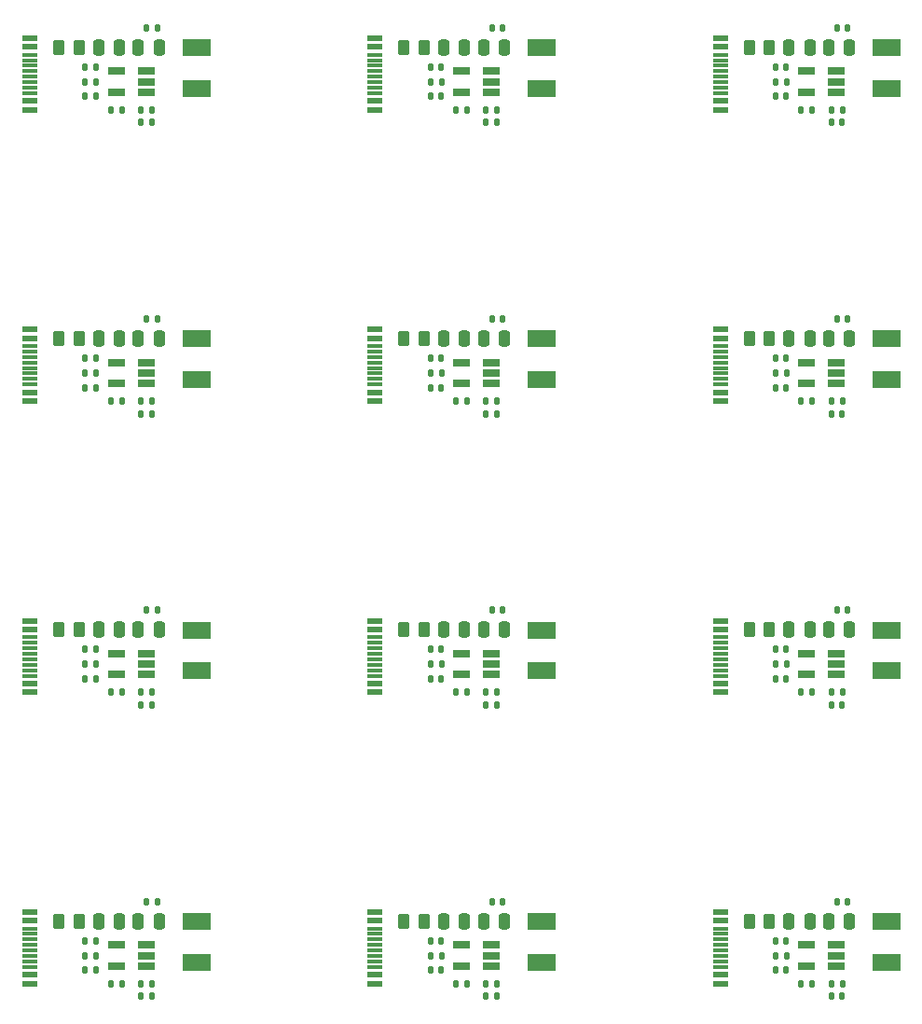
<source format=gbr>
%TF.GenerationSoftware,KiCad,Pcbnew,7.0.6*%
%TF.CreationDate,2023-09-22T02:01:45+08:00*%
%TF.ProjectId,power_ex_board_muti,706f7765-725f-4657-985f-626f6172645f,rev?*%
%TF.SameCoordinates,Original*%
%TF.FileFunction,Paste,Top*%
%TF.FilePolarity,Positive*%
%FSLAX46Y46*%
G04 Gerber Fmt 4.6, Leading zero omitted, Abs format (unit mm)*
G04 Created by KiCad (PCBNEW 7.0.6) date 2023-09-22 02:01:45*
%MOMM*%
%LPD*%
G01*
G04 APERTURE LIST*
G04 Aperture macros list*
%AMRoundRect*
0 Rectangle with rounded corners*
0 $1 Rounding radius*
0 $2 $3 $4 $5 $6 $7 $8 $9 X,Y pos of 4 corners*
0 Add a 4 corners polygon primitive as box body*
4,1,4,$2,$3,$4,$5,$6,$7,$8,$9,$2,$3,0*
0 Add four circle primitives for the rounded corners*
1,1,$1+$1,$2,$3*
1,1,$1+$1,$4,$5*
1,1,$1+$1,$6,$7*
1,1,$1+$1,$8,$9*
0 Add four rect primitives between the rounded corners*
20,1,$1+$1,$2,$3,$4,$5,0*
20,1,$1+$1,$4,$5,$6,$7,0*
20,1,$1+$1,$6,$7,$8,$9,0*
20,1,$1+$1,$8,$9,$2,$3,0*%
G04 Aperture macros list end*
%ADD10R,1.560000X0.650000*%
%ADD11RoundRect,0.250000X-0.262500X-0.450000X0.262500X-0.450000X0.262500X0.450000X-0.262500X0.450000X0*%
%ADD12RoundRect,0.140000X0.140000X0.170000X-0.140000X0.170000X-0.140000X-0.170000X0.140000X-0.170000X0*%
%ADD13RoundRect,0.140000X-0.140000X-0.170000X0.140000X-0.170000X0.140000X0.170000X-0.140000X0.170000X0*%
%ADD14RoundRect,0.250000X-0.250000X-0.475000X0.250000X-0.475000X0.250000X0.475000X-0.250000X0.475000X0*%
%ADD15R,2.500000X1.500000*%
%ADD16RoundRect,0.135000X0.135000X0.185000X-0.135000X0.185000X-0.135000X-0.185000X0.135000X-0.185000X0*%
%ADD17RoundRect,0.250000X0.250000X0.475000X-0.250000X0.475000X-0.250000X-0.475000X0.250000X-0.475000X0*%
%ADD18RoundRect,0.135000X-0.135000X-0.185000X0.135000X-0.185000X0.135000X0.185000X-0.135000X0.185000X0*%
%ADD19R,1.450000X0.600000*%
%ADD20R,1.450000X0.300000*%
G04 APERTURE END LIST*
D10*
%TO.C,U1*%
X49582000Y-14888600D03*
X49582000Y-13938600D03*
X49582000Y-12988600D03*
X46882000Y-12988600D03*
X46882000Y-14888600D03*
%TD*%
D11*
%TO.C,R1*%
X10315500Y-37245200D03*
X12140500Y-37245200D03*
%TD*%
D12*
%TO.C,C5*%
X19246600Y-35488000D03*
X18286600Y-35488000D03*
%TD*%
D10*
%TO.C,U1*%
X80925600Y-94212800D03*
X80925600Y-93262800D03*
X80925600Y-92312800D03*
X78225600Y-92312800D03*
X78225600Y-94212800D03*
%TD*%
D12*
%TO.C,C4*%
X81411000Y-44073200D03*
X80451000Y-44073200D03*
%TD*%
D13*
%TO.C,C3*%
X75388400Y-15278600D03*
X76348400Y-15278600D03*
%TD*%
D12*
%TO.C,C4*%
X18723800Y-17631800D03*
X17763800Y-17631800D03*
%TD*%
D14*
%TO.C,C1*%
X13910200Y-37245200D03*
X15810200Y-37245200D03*
%TD*%
D12*
%TO.C,C5*%
X50590200Y-88370800D03*
X49630200Y-88370800D03*
%TD*%
D10*
%TO.C,U1*%
X18238400Y-67771400D03*
X18238400Y-66821400D03*
X18238400Y-65871400D03*
X15538400Y-65871400D03*
X15538400Y-67771400D03*
%TD*%
D15*
%TO.C,L1*%
X54152800Y-14528800D03*
X54152800Y-10828800D03*
%TD*%
D16*
%TO.C,R4*%
X47392000Y-16488800D03*
X46372000Y-16488800D03*
%TD*%
D17*
%TO.C,C6*%
X19417000Y-37245200D03*
X17517000Y-37245200D03*
%TD*%
D14*
%TO.C,C1*%
X45253800Y-37245200D03*
X47153800Y-37245200D03*
%TD*%
%TO.C,C1*%
X76597400Y-10803800D03*
X78497400Y-10803800D03*
%TD*%
D17*
%TO.C,C6*%
X19417000Y-10803800D03*
X17517000Y-10803800D03*
%TD*%
D16*
%TO.C,R4*%
X16048400Y-69371600D03*
X15028400Y-69371600D03*
%TD*%
%TO.C,R3*%
X50117400Y-16488800D03*
X49097400Y-16488800D03*
%TD*%
D12*
%TO.C,C5*%
X50590200Y-9046600D03*
X49630200Y-9046600D03*
%TD*%
D18*
%TO.C,R2*%
X44034800Y-66821400D03*
X45054800Y-66821400D03*
%TD*%
D10*
%TO.C,U1*%
X49582000Y-67771400D03*
X49582000Y-66821400D03*
X49582000Y-65871400D03*
X46882000Y-65871400D03*
X46882000Y-67771400D03*
%TD*%
D15*
%TO.C,L1*%
X85496400Y-67411600D03*
X85496400Y-63711600D03*
%TD*%
D13*
%TO.C,C3*%
X44044800Y-15278600D03*
X45004800Y-15278600D03*
%TD*%
%TO.C,C3*%
X12701200Y-41720000D03*
X13661200Y-41720000D03*
%TD*%
D12*
%TO.C,C2*%
X76348400Y-12598600D03*
X75388400Y-12598600D03*
%TD*%
D18*
%TO.C,R2*%
X12691200Y-93262800D03*
X13711200Y-93262800D03*
%TD*%
D14*
%TO.C,C1*%
X45253800Y-90128000D03*
X47153800Y-90128000D03*
%TD*%
D11*
%TO.C,R1*%
X73002700Y-90128000D03*
X74827700Y-90128000D03*
%TD*%
D13*
%TO.C,C3*%
X44044800Y-94602800D03*
X45004800Y-94602800D03*
%TD*%
D10*
%TO.C,U1*%
X80925600Y-14888600D03*
X80925600Y-13938600D03*
X80925600Y-12988600D03*
X78225600Y-12988600D03*
X78225600Y-14888600D03*
%TD*%
%TO.C,U1*%
X18238400Y-14888600D03*
X18238400Y-13938600D03*
X18238400Y-12988600D03*
X15538400Y-12988600D03*
X15538400Y-14888600D03*
%TD*%
D11*
%TO.C,R1*%
X10315500Y-10803800D03*
X12140500Y-10803800D03*
%TD*%
D12*
%TO.C,C5*%
X81933800Y-9046600D03*
X80973800Y-9046600D03*
%TD*%
D16*
%TO.C,R3*%
X50117400Y-69371600D03*
X49097400Y-69371600D03*
%TD*%
D14*
%TO.C,C1*%
X76597400Y-63686600D03*
X78497400Y-63686600D03*
%TD*%
D13*
%TO.C,C3*%
X44044800Y-68161400D03*
X45004800Y-68161400D03*
%TD*%
D19*
%TO.C,J1*%
X7677200Y-89307600D03*
X7677200Y-90107600D03*
D20*
X7677200Y-91307600D03*
X7677200Y-92307600D03*
X7677200Y-92807600D03*
X7677200Y-93807600D03*
D19*
X7677200Y-95007600D03*
X7677200Y-95807600D03*
X7677200Y-95807600D03*
X7677200Y-95007600D03*
D20*
X7677200Y-94307600D03*
X7677200Y-93307600D03*
X7677200Y-91807600D03*
X7677200Y-90807600D03*
D19*
X7677200Y-90107600D03*
X7677200Y-89307600D03*
%TD*%
D16*
%TO.C,R3*%
X18773800Y-16488800D03*
X17753800Y-16488800D03*
%TD*%
D12*
%TO.C,C4*%
X50067400Y-17631800D03*
X49107400Y-17631800D03*
%TD*%
D13*
%TO.C,C3*%
X44044800Y-41720000D03*
X45004800Y-41720000D03*
%TD*%
D11*
%TO.C,R1*%
X73002700Y-10803800D03*
X74827700Y-10803800D03*
%TD*%
D14*
%TO.C,C1*%
X45253800Y-10803800D03*
X47153800Y-10803800D03*
%TD*%
D12*
%TO.C,C4*%
X18723800Y-44073200D03*
X17763800Y-44073200D03*
%TD*%
D15*
%TO.C,L1*%
X85496400Y-14528800D03*
X85496400Y-10828800D03*
%TD*%
D12*
%TO.C,C5*%
X50590200Y-35488000D03*
X49630200Y-35488000D03*
%TD*%
D11*
%TO.C,R1*%
X73002700Y-63686600D03*
X74827700Y-63686600D03*
%TD*%
D12*
%TO.C,C5*%
X81933800Y-35488000D03*
X80973800Y-35488000D03*
%TD*%
%TO.C,C5*%
X19246600Y-88370800D03*
X18286600Y-88370800D03*
%TD*%
D14*
%TO.C,C1*%
X13910200Y-63686600D03*
X15810200Y-63686600D03*
%TD*%
D15*
%TO.C,L1*%
X22809200Y-14528800D03*
X22809200Y-10828800D03*
%TD*%
D16*
%TO.C,R4*%
X16048400Y-16488800D03*
X15028400Y-16488800D03*
%TD*%
D17*
%TO.C,C6*%
X50760600Y-37245200D03*
X48860600Y-37245200D03*
%TD*%
D12*
%TO.C,C2*%
X45004800Y-91922800D03*
X44044800Y-91922800D03*
%TD*%
D19*
%TO.C,J1*%
X39020800Y-9983400D03*
X39020800Y-10783400D03*
D20*
X39020800Y-11983400D03*
X39020800Y-12983400D03*
X39020800Y-13483400D03*
X39020800Y-14483400D03*
D19*
X39020800Y-15683400D03*
X39020800Y-16483400D03*
X39020800Y-16483400D03*
X39020800Y-15683400D03*
D20*
X39020800Y-14983400D03*
X39020800Y-13983400D03*
X39020800Y-12483400D03*
X39020800Y-11483400D03*
D19*
X39020800Y-10783400D03*
X39020800Y-9983400D03*
%TD*%
%TO.C,J1*%
X39020800Y-89307600D03*
X39020800Y-90107600D03*
D20*
X39020800Y-91307600D03*
X39020800Y-92307600D03*
X39020800Y-92807600D03*
X39020800Y-93807600D03*
D19*
X39020800Y-95007600D03*
X39020800Y-95807600D03*
X39020800Y-95807600D03*
X39020800Y-95007600D03*
D20*
X39020800Y-94307600D03*
X39020800Y-93307600D03*
X39020800Y-91807600D03*
X39020800Y-90807600D03*
D19*
X39020800Y-90107600D03*
X39020800Y-89307600D03*
%TD*%
D12*
%TO.C,C5*%
X81933800Y-61929400D03*
X80973800Y-61929400D03*
%TD*%
D14*
%TO.C,C1*%
X76597400Y-90128000D03*
X78497400Y-90128000D03*
%TD*%
D18*
%TO.C,R2*%
X75378400Y-93262800D03*
X76398400Y-93262800D03*
%TD*%
D17*
%TO.C,C6*%
X19417000Y-63686600D03*
X17517000Y-63686600D03*
%TD*%
D19*
%TO.C,J1*%
X39020800Y-36424800D03*
X39020800Y-37224800D03*
D20*
X39020800Y-38424800D03*
X39020800Y-39424800D03*
X39020800Y-39924800D03*
X39020800Y-40924800D03*
D19*
X39020800Y-42124800D03*
X39020800Y-42924800D03*
X39020800Y-42924800D03*
X39020800Y-42124800D03*
D20*
X39020800Y-41424800D03*
X39020800Y-40424800D03*
X39020800Y-38924800D03*
X39020800Y-37924800D03*
D19*
X39020800Y-37224800D03*
X39020800Y-36424800D03*
%TD*%
D13*
%TO.C,C3*%
X75388400Y-68161400D03*
X76348400Y-68161400D03*
%TD*%
D14*
%TO.C,C1*%
X13910200Y-90128000D03*
X15810200Y-90128000D03*
%TD*%
D12*
%TO.C,C4*%
X50067400Y-96956000D03*
X49107400Y-96956000D03*
%TD*%
D16*
%TO.C,R4*%
X78735600Y-16488800D03*
X77715600Y-16488800D03*
%TD*%
D12*
%TO.C,C2*%
X76348400Y-65481400D03*
X75388400Y-65481400D03*
%TD*%
D16*
%TO.C,R3*%
X81461000Y-42930200D03*
X80441000Y-42930200D03*
%TD*%
D12*
%TO.C,C2*%
X76348400Y-39040000D03*
X75388400Y-39040000D03*
%TD*%
D11*
%TO.C,R1*%
X73002700Y-37245200D03*
X74827700Y-37245200D03*
%TD*%
D19*
%TO.C,J1*%
X7677200Y-9983400D03*
X7677200Y-10783400D03*
D20*
X7677200Y-11983400D03*
X7677200Y-12983400D03*
X7677200Y-13483400D03*
X7677200Y-14483400D03*
D19*
X7677200Y-15683400D03*
X7677200Y-16483400D03*
X7677200Y-16483400D03*
X7677200Y-15683400D03*
D20*
X7677200Y-14983400D03*
X7677200Y-13983400D03*
X7677200Y-12483400D03*
X7677200Y-11483400D03*
D19*
X7677200Y-10783400D03*
X7677200Y-9983400D03*
%TD*%
D12*
%TO.C,C4*%
X50067400Y-70514600D03*
X49107400Y-70514600D03*
%TD*%
D16*
%TO.C,R4*%
X78735600Y-42930200D03*
X77715600Y-42930200D03*
%TD*%
D14*
%TO.C,C1*%
X45253800Y-63686600D03*
X47153800Y-63686600D03*
%TD*%
D13*
%TO.C,C3*%
X12701200Y-94602800D03*
X13661200Y-94602800D03*
%TD*%
D16*
%TO.C,R3*%
X50117400Y-95813000D03*
X49097400Y-95813000D03*
%TD*%
%TO.C,R4*%
X16048400Y-42930200D03*
X15028400Y-42930200D03*
%TD*%
D11*
%TO.C,R1*%
X10315500Y-63686600D03*
X12140500Y-63686600D03*
%TD*%
D19*
%TO.C,J1*%
X70364400Y-62866200D03*
X70364400Y-63666200D03*
D20*
X70364400Y-64866200D03*
X70364400Y-65866200D03*
X70364400Y-66366200D03*
X70364400Y-67366200D03*
D19*
X70364400Y-68566200D03*
X70364400Y-69366200D03*
X70364400Y-69366200D03*
X70364400Y-68566200D03*
D20*
X70364400Y-67866200D03*
X70364400Y-66866200D03*
X70364400Y-65366200D03*
X70364400Y-64366200D03*
D19*
X70364400Y-63666200D03*
X70364400Y-62866200D03*
%TD*%
D16*
%TO.C,R4*%
X16048400Y-95813000D03*
X15028400Y-95813000D03*
%TD*%
D12*
%TO.C,C4*%
X81411000Y-70514600D03*
X80451000Y-70514600D03*
%TD*%
D18*
%TO.C,R2*%
X12691200Y-40380000D03*
X13711200Y-40380000D03*
%TD*%
D12*
%TO.C,C5*%
X19246600Y-9046600D03*
X18286600Y-9046600D03*
%TD*%
%TO.C,C2*%
X13661200Y-65481400D03*
X12701200Y-65481400D03*
%TD*%
D17*
%TO.C,C6*%
X82104200Y-90128000D03*
X80204200Y-90128000D03*
%TD*%
D10*
%TO.C,U1*%
X18238400Y-41330000D03*
X18238400Y-40380000D03*
X18238400Y-39430000D03*
X15538400Y-39430000D03*
X15538400Y-41330000D03*
%TD*%
D13*
%TO.C,C3*%
X12701200Y-68161400D03*
X13661200Y-68161400D03*
%TD*%
D15*
%TO.C,L1*%
X54152800Y-67411600D03*
X54152800Y-63711600D03*
%TD*%
D16*
%TO.C,R3*%
X50117400Y-42930200D03*
X49097400Y-42930200D03*
%TD*%
D14*
%TO.C,C1*%
X13910200Y-10803800D03*
X15810200Y-10803800D03*
%TD*%
D11*
%TO.C,R1*%
X41659100Y-37245200D03*
X43484100Y-37245200D03*
%TD*%
D17*
%TO.C,C6*%
X82104200Y-63686600D03*
X80204200Y-63686600D03*
%TD*%
D12*
%TO.C,C4*%
X81411000Y-96956000D03*
X80451000Y-96956000D03*
%TD*%
D14*
%TO.C,C1*%
X76597400Y-37245200D03*
X78497400Y-37245200D03*
%TD*%
D18*
%TO.C,R2*%
X12691200Y-13938600D03*
X13711200Y-13938600D03*
%TD*%
D17*
%TO.C,C6*%
X82104200Y-10803800D03*
X80204200Y-10803800D03*
%TD*%
D12*
%TO.C,C2*%
X76348400Y-91922800D03*
X75388400Y-91922800D03*
%TD*%
D18*
%TO.C,R2*%
X44034800Y-40380000D03*
X45054800Y-40380000D03*
%TD*%
D15*
%TO.C,L1*%
X22809200Y-93853000D03*
X22809200Y-90153000D03*
%TD*%
D16*
%TO.C,R3*%
X18773800Y-95813000D03*
X17753800Y-95813000D03*
%TD*%
D19*
%TO.C,J1*%
X70364400Y-36424800D03*
X70364400Y-37224800D03*
D20*
X70364400Y-38424800D03*
X70364400Y-39424800D03*
X70364400Y-39924800D03*
X70364400Y-40924800D03*
D19*
X70364400Y-42124800D03*
X70364400Y-42924800D03*
X70364400Y-42924800D03*
X70364400Y-42124800D03*
D20*
X70364400Y-41424800D03*
X70364400Y-40424800D03*
X70364400Y-38924800D03*
X70364400Y-37924800D03*
D19*
X70364400Y-37224800D03*
X70364400Y-36424800D03*
%TD*%
D12*
%TO.C,C4*%
X50067400Y-44073200D03*
X49107400Y-44073200D03*
%TD*%
D10*
%TO.C,U1*%
X80925600Y-41330000D03*
X80925600Y-40380000D03*
X80925600Y-39430000D03*
X78225600Y-39430000D03*
X78225600Y-41330000D03*
%TD*%
D15*
%TO.C,L1*%
X54152800Y-93853000D03*
X54152800Y-90153000D03*
%TD*%
D16*
%TO.C,R4*%
X78735600Y-69371600D03*
X77715600Y-69371600D03*
%TD*%
%TO.C,R3*%
X81461000Y-16488800D03*
X80441000Y-16488800D03*
%TD*%
D12*
%TO.C,C5*%
X19246600Y-61929400D03*
X18286600Y-61929400D03*
%TD*%
D19*
%TO.C,J1*%
X39020800Y-62866200D03*
X39020800Y-63666200D03*
D20*
X39020800Y-64866200D03*
X39020800Y-65866200D03*
X39020800Y-66366200D03*
X39020800Y-67366200D03*
D19*
X39020800Y-68566200D03*
X39020800Y-69366200D03*
X39020800Y-69366200D03*
X39020800Y-68566200D03*
D20*
X39020800Y-67866200D03*
X39020800Y-66866200D03*
X39020800Y-65366200D03*
X39020800Y-64366200D03*
D19*
X39020800Y-63666200D03*
X39020800Y-62866200D03*
%TD*%
D10*
%TO.C,U1*%
X49582000Y-94212800D03*
X49582000Y-93262800D03*
X49582000Y-92312800D03*
X46882000Y-92312800D03*
X46882000Y-94212800D03*
%TD*%
D16*
%TO.C,R4*%
X47392000Y-95813000D03*
X46372000Y-95813000D03*
%TD*%
D12*
%TO.C,C5*%
X50590200Y-61929400D03*
X49630200Y-61929400D03*
%TD*%
D15*
%TO.C,L1*%
X22809200Y-67411600D03*
X22809200Y-63711600D03*
%TD*%
D10*
%TO.C,U1*%
X49582000Y-41330000D03*
X49582000Y-40380000D03*
X49582000Y-39430000D03*
X46882000Y-39430000D03*
X46882000Y-41330000D03*
%TD*%
D18*
%TO.C,R2*%
X12691200Y-66821400D03*
X13711200Y-66821400D03*
%TD*%
D12*
%TO.C,C4*%
X81411000Y-17631800D03*
X80451000Y-17631800D03*
%TD*%
D13*
%TO.C,C3*%
X75388400Y-94602800D03*
X76348400Y-94602800D03*
%TD*%
D15*
%TO.C,L1*%
X22809200Y-40970200D03*
X22809200Y-37270200D03*
%TD*%
D16*
%TO.C,R3*%
X81461000Y-69371600D03*
X80441000Y-69371600D03*
%TD*%
D12*
%TO.C,C2*%
X13661200Y-12598600D03*
X12701200Y-12598600D03*
%TD*%
D16*
%TO.C,R3*%
X81461000Y-95813000D03*
X80441000Y-95813000D03*
%TD*%
D12*
%TO.C,C4*%
X18723800Y-96956000D03*
X17763800Y-96956000D03*
%TD*%
D18*
%TO.C,R2*%
X44034800Y-13938600D03*
X45054800Y-13938600D03*
%TD*%
D12*
%TO.C,C2*%
X45004800Y-65481400D03*
X44044800Y-65481400D03*
%TD*%
D18*
%TO.C,R2*%
X75378400Y-66821400D03*
X76398400Y-66821400D03*
%TD*%
D11*
%TO.C,R1*%
X41659100Y-63686600D03*
X43484100Y-63686600D03*
%TD*%
D10*
%TO.C,U1*%
X18238400Y-94212800D03*
X18238400Y-93262800D03*
X18238400Y-92312800D03*
X15538400Y-92312800D03*
X15538400Y-94212800D03*
%TD*%
D11*
%TO.C,R1*%
X41659100Y-10803800D03*
X43484100Y-10803800D03*
%TD*%
D19*
%TO.C,J1*%
X7677200Y-62866200D03*
X7677200Y-63666200D03*
D20*
X7677200Y-64866200D03*
X7677200Y-65866200D03*
X7677200Y-66366200D03*
X7677200Y-67366200D03*
D19*
X7677200Y-68566200D03*
X7677200Y-69366200D03*
X7677200Y-69366200D03*
X7677200Y-68566200D03*
D20*
X7677200Y-67866200D03*
X7677200Y-66866200D03*
X7677200Y-65366200D03*
X7677200Y-64366200D03*
D19*
X7677200Y-63666200D03*
X7677200Y-62866200D03*
%TD*%
D13*
%TO.C,C3*%
X12701200Y-15278600D03*
X13661200Y-15278600D03*
%TD*%
D12*
%TO.C,C2*%
X13661200Y-91922800D03*
X12701200Y-91922800D03*
%TD*%
D16*
%TO.C,R4*%
X78735600Y-95813000D03*
X77715600Y-95813000D03*
%TD*%
D12*
%TO.C,C2*%
X45004800Y-12598600D03*
X44044800Y-12598600D03*
%TD*%
D17*
%TO.C,C6*%
X50760600Y-90128000D03*
X48860600Y-90128000D03*
%TD*%
D12*
%TO.C,C4*%
X18723800Y-70514600D03*
X17763800Y-70514600D03*
%TD*%
D17*
%TO.C,C6*%
X50760600Y-10803800D03*
X48860600Y-10803800D03*
%TD*%
%TO.C,C6*%
X50760600Y-63686600D03*
X48860600Y-63686600D03*
%TD*%
D10*
%TO.C,U1*%
X80925600Y-67771400D03*
X80925600Y-66821400D03*
X80925600Y-65871400D03*
X78225600Y-65871400D03*
X78225600Y-67771400D03*
%TD*%
D12*
%TO.C,C5*%
X81933800Y-88370800D03*
X80973800Y-88370800D03*
%TD*%
D18*
%TO.C,R2*%
X75378400Y-13938600D03*
X76398400Y-13938600D03*
%TD*%
D11*
%TO.C,R1*%
X10315500Y-90128000D03*
X12140500Y-90128000D03*
%TD*%
D18*
%TO.C,R2*%
X44034800Y-93262800D03*
X45054800Y-93262800D03*
%TD*%
D19*
%TO.C,J1*%
X70364400Y-89307600D03*
X70364400Y-90107600D03*
D20*
X70364400Y-91307600D03*
X70364400Y-92307600D03*
X70364400Y-92807600D03*
X70364400Y-93807600D03*
D19*
X70364400Y-95007600D03*
X70364400Y-95807600D03*
X70364400Y-95807600D03*
X70364400Y-95007600D03*
D20*
X70364400Y-94307600D03*
X70364400Y-93307600D03*
X70364400Y-91807600D03*
X70364400Y-90807600D03*
D19*
X70364400Y-90107600D03*
X70364400Y-89307600D03*
%TD*%
D18*
%TO.C,R2*%
X75378400Y-40380000D03*
X76398400Y-40380000D03*
%TD*%
D13*
%TO.C,C3*%
X75388400Y-41720000D03*
X76348400Y-41720000D03*
%TD*%
D19*
%TO.C,J1*%
X70364400Y-9983400D03*
X70364400Y-10783400D03*
D20*
X70364400Y-11983400D03*
X70364400Y-12983400D03*
X70364400Y-13483400D03*
X70364400Y-14483400D03*
D19*
X70364400Y-15683400D03*
X70364400Y-16483400D03*
X70364400Y-16483400D03*
X70364400Y-15683400D03*
D20*
X70364400Y-14983400D03*
X70364400Y-13983400D03*
X70364400Y-12483400D03*
X70364400Y-11483400D03*
D19*
X70364400Y-10783400D03*
X70364400Y-9983400D03*
%TD*%
D16*
%TO.C,R3*%
X18773800Y-69371600D03*
X17753800Y-69371600D03*
%TD*%
D12*
%TO.C,C2*%
X45004800Y-39040000D03*
X44044800Y-39040000D03*
%TD*%
D16*
%TO.C,R3*%
X18773800Y-42930200D03*
X17753800Y-42930200D03*
%TD*%
D17*
%TO.C,C6*%
X19417000Y-90128000D03*
X17517000Y-90128000D03*
%TD*%
D15*
%TO.C,L1*%
X85496400Y-93853000D03*
X85496400Y-90153000D03*
%TD*%
D12*
%TO.C,C2*%
X13661200Y-39040000D03*
X12701200Y-39040000D03*
%TD*%
D16*
%TO.C,R4*%
X47392000Y-42930200D03*
X46372000Y-42930200D03*
%TD*%
D19*
%TO.C,J1*%
X7677200Y-36424800D03*
X7677200Y-37224800D03*
D20*
X7677200Y-38424800D03*
X7677200Y-39424800D03*
X7677200Y-39924800D03*
X7677200Y-40924800D03*
D19*
X7677200Y-42124800D03*
X7677200Y-42924800D03*
X7677200Y-42924800D03*
X7677200Y-42124800D03*
D20*
X7677200Y-41424800D03*
X7677200Y-40424800D03*
X7677200Y-38924800D03*
X7677200Y-37924800D03*
D19*
X7677200Y-37224800D03*
X7677200Y-36424800D03*
%TD*%
D11*
%TO.C,R1*%
X41659100Y-90128000D03*
X43484100Y-90128000D03*
%TD*%
D15*
%TO.C,L1*%
X85496400Y-40970200D03*
X85496400Y-37270200D03*
%TD*%
D16*
%TO.C,R4*%
X47392000Y-69371600D03*
X46372000Y-69371600D03*
%TD*%
D15*
%TO.C,L1*%
X54152800Y-40970200D03*
X54152800Y-37270200D03*
%TD*%
D17*
%TO.C,C6*%
X82104200Y-37245200D03*
X80204200Y-37245200D03*
%TD*%
M02*

</source>
